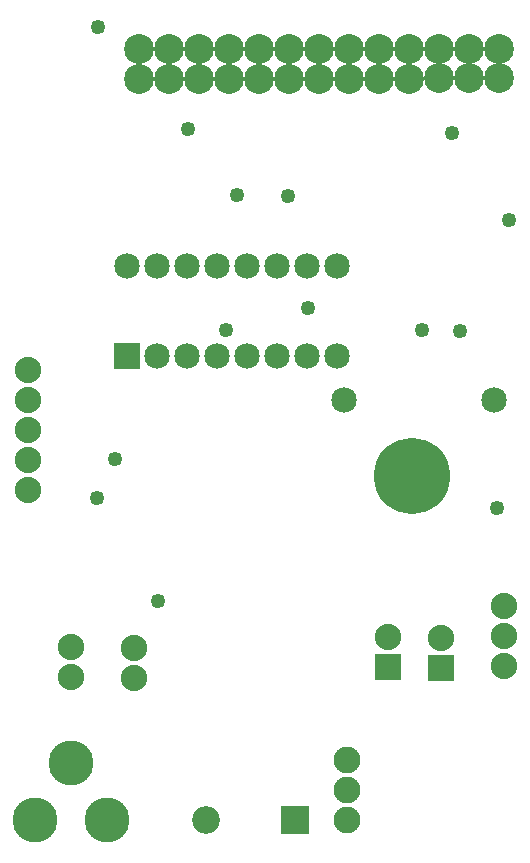
<source format=gbs>
G04 MADE WITH FRITZING*
G04 WWW.FRITZING.ORG*
G04 DOUBLE SIDED*
G04 HOLES PLATED*
G04 CONTOUR ON CENTER OF CONTOUR VECTOR*
%ASAXBY*%
%FSLAX23Y23*%
%MOIN*%
%OFA0B0*%
%SFA1.0B1.0*%
%ADD10C,0.049370*%
%ADD11C,0.092000*%
%ADD12C,0.254094*%
%ADD13C,0.089370*%
%ADD14C,0.150000*%
%ADD15C,0.085000*%
%ADD16C,0.088000*%
%ADD17C,0.099639*%
%ADD18C,0.099583*%
%ADD19R,0.092000X0.092000*%
%ADD20R,0.085000X0.085000*%
%ADD21R,0.088000X0.088000*%
%LNMASK0*%
G90*
G70*
G54D10*
X1501Y2403D03*
X1689Y2113D03*
X1019Y1818D03*
X747Y1746D03*
X375Y1315D03*
X316Y1185D03*
X519Y842D03*
X1400Y1747D03*
X1526Y1744D03*
X618Y2415D03*
X1651Y1152D03*
X782Y2197D03*
X954Y2194D03*
G54D11*
X976Y113D03*
X678Y113D03*
G54D10*
X321Y2755D03*
G54D12*
X1367Y1260D03*
G54D13*
X1150Y112D03*
X1150Y212D03*
X1150Y312D03*
G54D14*
X350Y113D03*
X110Y113D03*
X230Y303D03*
X350Y113D03*
X110Y113D03*
X230Y303D03*
G54D15*
X416Y1658D03*
X416Y1958D03*
X516Y1658D03*
X516Y1958D03*
X616Y1658D03*
X616Y1958D03*
X716Y1658D03*
X716Y1958D03*
X816Y1658D03*
X816Y1958D03*
X916Y1658D03*
X916Y1958D03*
X1016Y1658D03*
X1016Y1958D03*
X1116Y1658D03*
X1116Y1958D03*
G54D16*
X1286Y622D03*
X1286Y722D03*
X1464Y620D03*
X1464Y720D03*
G54D15*
X1139Y1512D03*
X1639Y1512D03*
G54D16*
X230Y689D03*
X230Y589D03*
X438Y687D03*
X438Y587D03*
X87Y1213D03*
X87Y1313D03*
X87Y1413D03*
X87Y1513D03*
X87Y1613D03*
X1674Y626D03*
X1674Y726D03*
X1674Y826D03*
G54D17*
X456Y2684D03*
G54D18*
X556Y2684D03*
X656Y2684D03*
X756Y2684D03*
X856Y2684D03*
X956Y2684D03*
X1056Y2684D03*
X1156Y2684D03*
X1256Y2684D03*
X1356Y2684D03*
X1456Y2684D03*
X1556Y2684D03*
X1656Y2684D03*
X456Y2584D03*
X555Y2584D03*
X656Y2584D03*
X756Y2584D03*
X856Y2584D03*
X956Y2584D03*
X1056Y2584D03*
X1156Y2584D03*
X1256Y2584D03*
X1356Y2584D03*
X1456Y2585D03*
X1556Y2585D03*
X1656Y2585D03*
G54D19*
X977Y113D03*
G54D20*
X416Y1658D03*
G54D21*
X1286Y622D03*
X1464Y620D03*
G04 End of Mask0*
M02*
</source>
